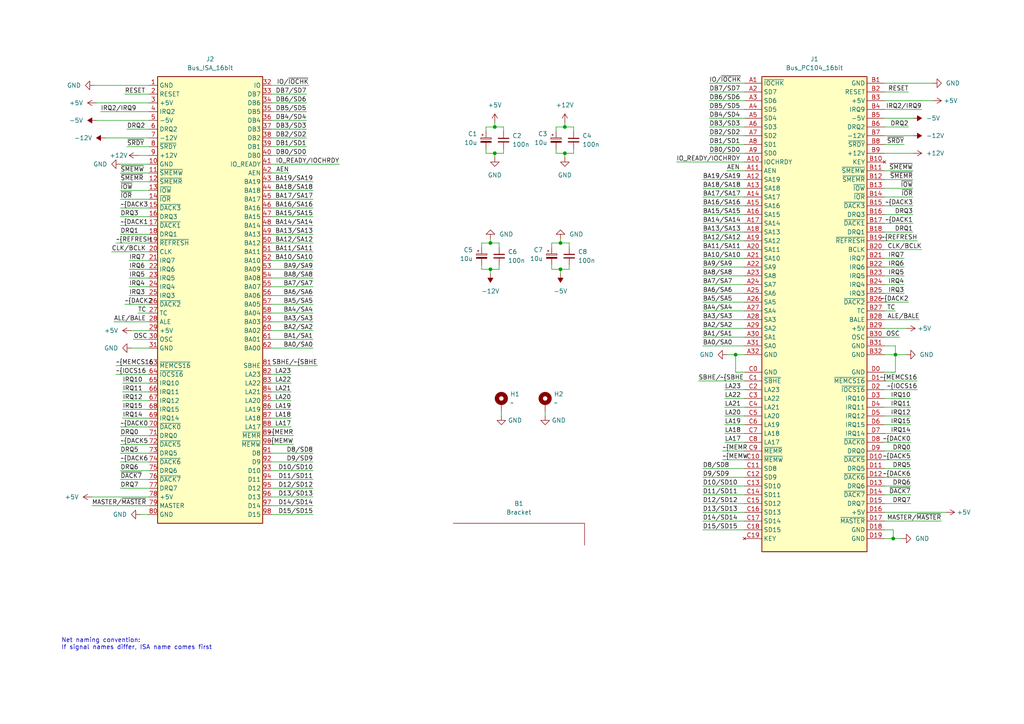
<source format=kicad_sch>
(kicad_sch (version 20211123) (generator eeschema)
  (paper "A4")
  (title_block (title "PC/104 ISA Card") (date "2023-03-04") (rev "0"))
  (lib_symbols
    (symbol "Device:C_Polarized_Small" (pin_numbers hide) (pin_names (offset 0.254) hide)
      (property "Reference" "C" (at 0.254 1.778 0))
      (property "Value" "C_Polarized_Small" (at 0.254 -2.032 0))
      (symbol "C_Polarized_Small_0_1"
        (rectangle (start -1.524 -0.3048) (end 1.524 -0.6858) (fill (type outline)))
        (rectangle (start -1.524 0.6858) (end 1.524 0.3048))
        (polyline (pts (xy -1.27 1.524) (xy -0.762 1.524)))
        (polyline (pts (xy -1.016 1.27) (xy -1.016 1.778)))
      )
      (symbol "C_Polarized_Small_1_1"
        (pin passive line (at 0 2.54 270) (length 1.8542) (name "~") (number "1"))
        (pin passive line (at 0 -2.54 90) (length 1.8542) (name "~") (number "2"))
      )
    )
    (symbol "Device:C_Small" (pin_numbers hide) (pin_names (offset 0.254) hide)
      (property "Reference" "C" (at 0.254 1.778 0))
      (property "Value" "C_Small" (at 0.254 -2.032 0))
      (symbol "C_Small_0_1"
        (polyline (pts (xy -1.524 -0.508) (xy 1.524 -0.508)) (stroke (width 0.3302)))
        (polyline (pts (xy -1.524 0.508) (xy 1.524 0.508)) (stroke (width 0.3048)))
      )
      (symbol "C_Small_1_1"
        (pin passive line (at 0 2.54 270) (length 2.032) (name "~") (number "1"))
        (pin passive line (at 0 -2.54 90) (length 2.032) (name "~") (number "2"))
      )
    )
    (symbol "Mechanical:MountingHole_Pad" (pin_numbers hide) (pin_names (offset 1.016) hide)
      (property "Reference" "H" (at 0 6.35 0))
      (property "Value" "MountingHole_Pad" (at 0 4.445 0))
      (symbol "MountingHole_Pad_0_1"
        (circle (center 0 1.27) (radius 1.27) (stroke (width 1.27)))
      )
      (symbol "MountingHole_Pad_1_1"
        (pin input line (at 0 -2.54 90) (length 2.54) (name "1") (number "1"))
      )
    )
    (symbol "local:Bracket" (on_board no)
      (property "Reference" "B" (at 5.08 0 0))
      (property "Value" "Bracket" (at 5.08 0 0))
      (property "Manufacturer" "Keystone" (at 0 0 0))
      (property "MPN" "9202" (at 0 0 0))
      (property "Supplier:Digikey" "36-9202-ND" (at 0 0 0))
      (symbol "Bracket_0_1"
        (polyline (pts (xy 6.35 12.7) (xy 0 12.7) (xy 0 -25.4)))
      )
    )
    (symbol "local:Bus_ISA_16bit"
      (property "Reference" "J" (at 0 67.945 0))
      (property "Value" "Bus_ISA_16bit" (at 0 -65.405 0))
      (symbol "Bus_ISA_16bit_0_1"
        (rectangle (start -15.24 -63.5) (end 15.24 66.04) (stroke (width 0.254)) (fill (type background)))
      )
      (symbol "Bus_ISA_16bit_1_1"
        (pin power_out line (at -17.78 63.5 0) (length 2.54) (name "GND") (number "1"))
        (pin power_in line (at -17.78 40.64 0) (length 2.54) (name "GND") (number "10"))
        (pin output line (at -17.78 38.1 0) (length 2.54) (name "~{SMEMW}") (number "11"))
        (pin output line (at -17.78 35.56 0) (length 2.54) (name "~{SMEMR}") (number "12"))
        (pin output line (at -17.78 33.02 0) (length 2.54) (name "~{IOW}") (number "13"))
        (pin output line (at -17.78 30.48 0) (length 2.54) (name "~{IOR}") (number "14"))
        (pin passive line (at -17.78 27.94 0) (length 2.54) (name "~{DACK3}") (number "15"))
        (pin passive line (at -17.78 25.4 0) (length 2.54) (name "DRQ3") (number "16"))
        (pin passive line (at -17.78 22.86 0) (length 2.54) (name "~{DACK1}") (number "17"))
        (pin passive line (at -17.78 20.32 0) (length 2.54) (name "DRQ1") (number "18"))
        (pin passive line (at -17.78 17.78 0) (length 2.54) (name "~{REFRESH}") (number "19"))
        (pin output line (at -17.78 60.96 0) (length 2.54) (name "RESET") (number "2"))
        (pin output line (at -17.78 15.24 0) (length 2.54) (name "CLK") (number "20"))
        (pin passive line (at -17.78 12.7 0) (length 2.54) (name "IRQ7") (number "21"))
        (pin passive line (at -17.78 10.16 0) (length 2.54) (name "IRQ6") (number "22"))
        (pin passive line (at -17.78 7.62 0) (length 2.54) (name "IRQ5") (number "23"))
        (pin passive line (at -17.78 5.08 0) (length 2.54) (name "IRQ4") (number "24"))
        (pin passive line (at -17.78 2.54 0) (length 2.54) (name "IRQ3") (number "25"))
        (pin passive line (at -17.78 0 0) (length 2.54) (name "~{DACK2}") (number "26"))
        (pin passive line (at -17.78 -2.54 0) (length 2.54) (name "TC") (number "27"))
        (pin output line (at -17.78 -5.08 0) (length 2.54) (name "ALE") (number "28"))
        (pin power_in line (at -17.78 -7.62 0) (length 2.54) (name "+5V") (number "29"))
        (pin power_out line (at -17.78 58.42 0) (length 2.54) (name "+5V") (number "3"))
        (pin output line (at -17.78 -10.16 0) (length 2.54) (name "OSC") (number "30"))
        (pin power_in line (at -17.78 -12.7 0) (length 2.54) (name "GND") (number "31"))
        (pin passive line (at 17.78 63.5 180) (length 2.54) (name "IO") (number "32"))
        (pin tri_state line (at 17.78 60.96 180) (length 2.54) (name "DB7") (number "33"))
        (pin tri_state line (at 17.78 58.42 180) (length 2.54) (name "DB6") (number "34"))
        (pin tri_state line (at 17.78 55.88 180) (length 2.54) (name "DB5") (number "35"))
        (pin tri_state line (at 17.78 53.34 180) (length 2.54) (name "DB4") (number "36"))
        (pin tri_state line (at 17.78 50.8 180) (length 2.54) (name "DB3") (number "37"))
        (pin tri_state line (at 17.78 48.26 180) (length 2.54) (name "DB2") (number "38"))
        (pin tri_state line (at 17.78 45.72 180) (length 2.54) (name "DB1") (number "39"))
        (pin passive line (at -17.78 55.88 0) (length 2.54) (name "IRQ2") (number "4"))
        (pin tri_state line (at 17.78 43.18 180) (length 2.54) (name "DB0") (number "40"))
        (pin passive line (at 17.78 40.64 180) (length 2.54) (name "IO_READY") (number "41"))
        (pin output line (at 17.78 38.1 180) (length 2.54) (name "AEN") (number "42"))
        (pin tri_state line (at 17.78 35.56 180) (length 2.54) (name "BA19") (number "43"))
        (pin tri_state line (at 17.78 33.02 180) (length 2.54) (name "BA18") (number "44"))
        (pin tri_state line (at 17.78 30.48 180) (length 2.54) (name "BA17") (number "45"))
        (pin tri_state line (at 17.78 27.94 180) (length 2.54) (name "BA16") (number "46"))
        (pin tri_state line (at 17.78 25.4 180) (length 2.54) (name "BA15") (number "47"))
        (pin tri_state line (at 17.78 22.86 180) (length 2.54) (name "BA14") (number "48"))
        (pin tri_state line (at 17.78 20.32 180) (length 2.54) (name "BA13") (number "49"))
        (pin power_out line (at -17.78 53.34 0) (length 2.54) (name "-5V") (number "5"))
        (pin tri_state line (at 17.78 17.78 180) (length 2.54) (name "BA12") (number "50"))
        (pin tri_state line (at 17.78 15.24 180) (length 2.54) (name "BA11") (number "51"))
        (pin tri_state line (at 17.78 12.7 180) (length 2.54) (name "BA10") (number "52"))
        (pin tri_state line (at 17.78 10.16 180) (length 2.54) (name "BA09") (number "53"))
        (pin tri_state line (at 17.78 7.62 180) (length 2.54) (name "BA08") (number "54"))
        (pin tri_state line (at 17.78 5.08 180) (length 2.54) (name "BA07") (number "55"))
        (pin tri_state line (at 17.78 2.54 180) (length 2.54) (name "BA06") (number "56"))
        (pin tri_state line (at 17.78 0 180) (length 2.54) (name "BA05") (number "57"))
        (pin tri_state line (at 17.78 -2.54 180) (length 2.54) (name "BA04") (number "58"))
        (pin tri_state line (at 17.78 -5.08 180) (length 2.54) (name "BA03") (number "59"))
        (pin passive line (at -17.78 50.8 0) (length 2.54) (name "DRQ2") (number "6"))
        (pin tri_state line (at 17.78 -7.62 180) (length 2.54) (name "BA02") (number "60"))
        (pin tri_state line (at 17.78 -10.16 180) (length 2.54) (name "BA01") (number "61"))
        (pin tri_state line (at 17.78 -12.7 180) (length 2.54) (name "BA00") (number "62"))
        (pin passive line (at -17.78 -17.78 0) (length 2.54) (name "~{MEMCS16}") (number "63"))
        (pin passive line (at -17.78 -20.32 0) (length 2.54) (name "~{IOCS16}") (number "64"))
        (pin passive line (at -17.78 -22.86 0) (length 2.54) (name "IRQ10") (number "65"))
        (pin passive line (at -17.78 -25.4 0) (length 2.54) (name "IRQ11") (number "66"))
        (pin passive line (at -17.78 -27.94 0) (length 2.54) (name "IRQ12") (number "67"))
        (pin passive line (at -17.78 -30.48 0) (length 2.54) (name "IRQ15") (number "68"))
        (pin passive line (at -17.78 -33.02 0) (length 2.54) (name "IRQ14") (number "69"))
        (pin power_out line (at -17.78 48.26 0) (length 2.54) (name "-12V") (number "7"))
        (pin output line (at -17.78 -35.56 0) (length 2.54) (name "~{DACK0}") (number "70"))
        (pin passive line (at -17.78 -38.1 0) (length 2.54) (name "DRQ0") (number "71"))
        (pin output line (at -17.78 -40.64 0) (length 2.54) (name "~{DACK5}") (number "72"))
        (pin passive line (at -17.78 -43.18 0) (length 2.54) (name "DRQ5") (number "73"))
        (pin output line (at -17.78 -45.72 0) (length 2.54) (name "~{DACK6}") (number "74"))
        (pin passive line (at -17.78 -48.26 0) (length 2.54) (name "DRQ6") (number "75"))
        (pin output line (at -17.78 -50.8 0) (length 2.54) (name "~{DACK7}") (number "76"))
        (pin passive line (at -17.78 -53.34 0) (length 2.54) (name "DRQ7") (number "77"))
        (pin power_in line (at -17.78 -55.88 0) (length 2.54) (name "+5V") (number "78"))
        (pin passive line (at -17.78 -58.42 0) (length 2.54) (name "MASTER") (number "79"))
        (pin output line (at -17.78 45.72 0) (length 2.54) (name "~{SRDY}") (number "8"))
        (pin power_in line (at -17.78 -60.96 0) (length 2.54) (name "GND") (number "80"))
        (pin passive line (at 17.78 -17.78 180) (length 2.54) (name "SBHE") (number "81"))
        (pin passive line (at 17.78 -20.32 180) (length 2.54) (name "LA23") (number "82"))
        (pin passive line (at 17.78 -22.86 180) (length 2.54) (name "LA22") (number "83"))
        (pin passive line (at 17.78 -25.4 180) (length 2.54) (name "LA21") (number "84"))
        (pin passive line (at 17.78 -27.94 180) (length 2.54) (name "LA20") (number "85"))
        (pin passive line (at 17.78 -30.48 180) (length 2.54) (name "LA19") (number "86"))
        (pin passive line (at 17.78 -33.02 180) (length 2.54) (name "LA18") (number "87"))
        (pin passive line (at 17.78 -35.56 180) (length 2.54) (name "LA17") (number "88"))
        (pin output line (at 17.78 -38.1 180) (length 2.54) (name "~{MEMR}") (number "89"))
        (pin power_out line (at -17.78 43.18 0) (length 2.54) (name "+12V") (number "9"))
        (pin output line (at 17.78 -40.64 180) (length 2.54) (name "~{MEMW}") (number "90"))
        (pin tri_state line (at 17.78 -43.18 180) (length 2.54) (name "D8") (number "91"))
        (pin tri_state line (at 17.78 -45.72 180) (length 2.54) (name "D9") (number "92"))
        (pin tri_state line (at 17.78 -48.26 180) (length 2.54) (name "D10") (number "93"))
        (pin tri_state line (at 17.78 -50.8 180) (length 2.54) (name "D11") (number "94"))
        (pin tri_state line (at 17.78 -53.34 180) (length 2.54) (name "D12") (number "95"))
        (pin tri_state line (at 17.78 -55.88 180) (length 2.54) (name "D13") (number "96"))
        (pin tri_state line (at 17.78 -58.42 180) (length 2.54) (name "D14") (number "97"))
        (pin tri_state line (at 17.78 -60.96 180) (length 2.54) (name "D15") (number "98"))
      )
    )
    (symbol "local:Bus_PC104_16bit"
      (property "Reference" "J" (at 0 69.215 0))
      (property "Value" "Bus_PC104_16bit" (at 0 1.27 90))
      (symbol "Bus_PC104_16bit_0_0"
        (pin power_in line (at -20.32 -13.97 0) (length 5.08) (name "GND") (number "A32"))
        (pin power_in line (at 20.32 -13.97 180) (length 5.08) (name "GND") (number "B32"))
        (pin no_connect line (at -20.32 -67.31 0) (length 5.08) (name "KEY") (number "C19"))
        (pin power_in line (at 20.32 -67.31 180) (length 5.08) (name "GND") (number "D19"))
      )
      (symbol "Bus_PC104_16bit_0_1"
        (rectangle (start -15.24 66.675) (end 15.24 -71.12) (stroke (width 0.254)) (fill (type background)))
      )
      (symbol "Bus_PC104_16bit_1_1"
        (pin passive line (at -20.32 64.77 0) (length 5.08) (name "~{IOCHK}") (number "A1"))
        (pin passive line (at -20.32 41.91 0) (length 5.08) (name "IOCHRDY") (number "A10"))
        (pin input line (at -20.32 39.37 0) (length 5.08) (name "AEN") (number "A11"))
        (pin tri_state line (at -20.32 36.83 0) (length 5.08) (name "SA19") (number "A12"))
        (pin tri_state line (at -20.32 34.29 0) (length 5.08) (name "SA18") (number "A13"))
        (pin tri_state line (at -20.32 31.75 0) (length 5.08) (name "SA17") (number "A14"))
        (pin tri_state line (at -20.32 29.21 0) (length 5.08) (name "SA16") (number "A15"))
        (pin tri_state line (at -20.32 26.67 0) (length 5.08) (name "SA15") (number "A16"))
        (pin tri_state line (at -20.32 24.13 0) (length 5.08) (name "SA14") (number "A17"))
        (pin tri_state line (at -20.32 21.59 0) (length 5.08) (name "SA13") (number "A18"))
        (pin tri_state line (at -20.32 19.05 0) (length 5.08) (name "SA12") (number "A19"))
        (pin tri_state line (at -20.32 62.23 0) (length 5.08) (name "SD7") (number "A2"))
        (pin tri_state line (at -20.32 16.51 0) (length 5.08) (name "SA11") (number "A20"))
        (pin tri_state line (at -20.32 13.97 0) (length 5.08) (name "SA10") (number "A21"))
        (pin tri_state line (at -20.32 11.43 0) (length 5.08) (name "SA9") (number "A22"))
        (pin tri_state line (at -20.32 8.89 0) (length 5.08) (name "SA8") (number "A23"))
        (pin tri_state line (at -20.32 6.35 0) (length 5.08) (name "SA7") (number "A24"))
        (pin tri_state line (at -20.32 3.81 0) (length 5.08) (name "SA6") (number "A25"))
        (pin tri_state line (at -20.32 1.27 0) (length 5.08) (name "SA5") (number "A26"))
        (pin tri_state line (at -20.32 -1.27 0) (length 5.08) (name "SA4") (number "A27"))
        (pin tri_state line (at -20.32 -3.81 0) (length 5.08) (name "SA3") (number "A28"))
        (pin tri_state line (at -20.32 -6.35 0) (length 5.08) (name "SA2") (number "A29"))
        (pin tri_state line (at -20.32 59.69 0) (length 5.08) (name "SD6") (number "A3"))
        (pin tri_state line (at -20.32 -8.89 0) (length 5.08) (name "SA1") (number "A30"))
        (pin tri_state line (at -20.32 -11.43 0) (length 5.08) (name "SA0") (number "A31"))
        (pin tri_state line (at -20.32 57.15 0) (length 5.08) (name "SD5") (number "A4"))
        (pin tri_state line (at -20.32 54.61 0) (length 5.08) (name "SD4") (number "A5"))
        (pin tri_state line (at -20.32 52.07 0) (length 5.08) (name "SD3") (number "A6"))
        (pin tri_state line (at -20.32 49.53 0) (length 5.08) (name "SD2") (number "A7"))
        (pin tri_state line (at -20.32 46.99 0) (length 5.08) (name "SD1") (number "A8"))
        (pin tri_state line (at -20.32 44.45 0) (length 5.08) (name "SD0") (number "A9"))
        (pin power_in line (at 20.32 64.77 180) (length 5.08) (name "GND") (number "B1"))
        (pin no_connect line (at 20.32 41.91 180) (length 5.08) (name "KEY") (number "B10"))
        (pin input line (at 20.32 39.37 180) (length 5.08) (name "~{SMEMW}") (number "B11"))
        (pin input line (at 20.32 36.83 180) (length 5.08) (name "~{SMEMR}") (number "B12"))
        (pin input line (at 20.32 34.29 180) (length 5.08) (name "~{IOW}") (number "B13"))
        (pin input line (at 20.32 31.75 180) (length 5.08) (name "~{IOR}") (number "B14"))
        (pin passive line (at 20.32 29.21 180) (length 5.08) (name "~{DACK3}") (number "B15"))
        (pin passive line (at 20.32 26.67 180) (length 5.08) (name "DRQ3") (number "B16"))
        (pin passive line (at 20.32 24.13 180) (length 5.08) (name "~{DACK1}") (number "B17"))
        (pin passive line (at 20.32 21.59 180) (length 5.08) (name "DRQ1") (number "B18"))
        (pin passive line (at 20.32 19.05 180) (length 5.08) (name "~{REFRESH}") (number "B19"))
        (pin input line (at 20.32 62.23 180) (length 5.08) (name "RESET") (number "B2"))
        (pin input line (at 20.32 16.51 180) (length 5.08) (name "BCLK") (number "B20"))
        (pin passive line (at 20.32 13.97 180) (length 5.08) (name "IRQ7") (number "B21"))
        (pin passive line (at 20.32 11.43 180) (length 5.08) (name "IRQ6") (number "B22"))
        (pin passive line (at 20.32 8.89 180) (length 5.08) (name "IRQ5") (number "B23"))
        (pin passive line (at 20.32 6.35 180) (length 5.08) (name "IRQ4") (number "B24"))
        (pin passive line (at 20.32 3.81 180) (length 5.08) (name "IRQ3") (number "B25"))
        (pin passive line (at 20.32 1.27 180) (length 5.08) (name "~{DACK2}") (number "B26"))
        (pin passive line (at 20.32 -1.27 180) (length 5.08) (name "TC") (number "B27"))
        (pin input line (at 20.32 -3.81 180) (length 5.08) (name "BALE") (number "B28"))
        (pin power_in line (at 20.32 -6.35 180) (length 5.08) (name "+5V") (number "B29"))
        (pin power_in line (at 20.32 59.69 180) (length 5.08) (name "+5V") (number "B3"))
        (pin input line (at 20.32 -8.89 180) (length 5.08) (name "OSC") (number "B30"))
        (pin power_in line (at 20.32 -11.43 180) (length 5.08) (name "GND") (number "B31"))
        (pin passive line (at 20.32 57.15 180) (length 5.08) (name "IRQ9") (number "B4"))
        (pin power_in line (at 20.32 54.61 180) (length 5.08) (name "-5V") (number "B5"))
        (pin passive line (at 20.32 52.07 180) (length 5.08) (name "DRQ2") (number "B6"))
        (pin power_in line (at 20.32 49.53 180) (length 5.08) (name "-12V") (number "B7"))
        (pin input line (at 20.32 46.99 180) (length 5.08) (name "~{SRDY}") (number "B8"))
        (pin power_in line (at 20.32 44.45 180) (length 5.08) (name "+12V") (number "B9"))
        (pin power_in line (at -20.32 -19.05 0) (length 5.08) (name "GND") (number "C0"))
        (pin passive line (at -20.32 -21.59 0) (length 5.08) (name "~{SBHE}") (number "C1"))
        (pin input line (at -20.32 -44.45 0) (length 5.08) (name "~{MEMW}") (number "C10"))
        (pin tri_state line (at -20.32 -46.99 0) (length 5.08) (name "SD8") (number "C11"))
        (pin tri_state line (at -20.32 -49.53 0) (length 5.08) (name "SD9") (number "C12"))
        (pin tri_state line (at -20.32 -52.07 0) (length 5.08) (name "SD10") (number "C13"))
        (pin tri_state line (at -20.32 -54.61 0) (length 5.08) (name "SD11") (number "C14"))
        (pin tri_state line (at -20.32 -57.15 0) (length 5.08) (name "SD12") (number "C15"))
        (pin tri_state line (at -20.32 -59.69 0) (length 5.08) (name "SD13") (number "C16"))
        (pin tri_state line (at -20.32 -62.23 0) (length 5.08) (name "SD14") (number "C17"))
        (pin tri_state line (at -20.32 -64.77 0) (length 5.08) (name "SD15") (number "C18"))
        (pin passive line (at -20.32 -24.13 0) (length 5.08) (name "LA23") (number "C2"))
        (pin passive line (at -20.32 -26.67 0) (length 5.08) (name "LA22") (number "C3"))
        (pin passive line (at -20.32 -29.21 0) (length 5.08) (name "LA21") (number "C4"))
        (pin passive line (at -20.32 -31.75 0) (length 5.08) (name "LA20") (number "C5"))
        (pin passive line (at -20.32 -34.29 0) (length 5.08) (name "LA19") (number "C6"))
        (pin passive line (at -20.32 -36.83 0) (length 5.08) (name "LA18") (number "C7"))
        (pin passive line (at -20.32 -39.37 0) (length 5.08) (name "LA17") (number "C8"))
        (pin input line (at -20.32 -41.91 0) (length 5.08) (name "~{MEMR}") (number "C9"))
        (pin power_in line (at 20.32 -19.05 180) (length 5.08) (name "GND") (number "D0"))
        (pin passive line (at 20.32 -21.59 180) (length 5.08) (name "~{MEMCS16}") (number "D1"))
        (pin input line (at 20.32 -44.45 180) (length 5.08) (name "~{DACK5}") (number "D10"))
        (pin passive line (at 20.32 -46.99 180) (length 5.08) (name "DRQ5") (number "D11"))
        (pin input line (at 20.32 -49.53 180) (length 5.08) (name "~{DACK6}") (number "D12"))
        (pin passive line (at 20.32 -52.07 180) (length 5.08) (name "DRQ6") (number "D13"))
        (pin input line (at 20.32 -54.61 180) (length 5.08) (name "~{DACK7}") (number "D14"))
        (pin passive line (at 20.32 -57.15 180) (length 5.08) (name "DRQ7") (number "D15"))
        (pin power_in line (at 20.32 -59.69 180) (length 5.08) (name "+5V") (number "D16"))
        (pin passive line (at 20.32 -62.23 180) (length 5.08) (name "~{MASTER}") (number "D17"))
        (pin power_in line (at 20.32 -64.77 180) (length 5.08) (name "GND") (number "D18"))
        (pin passive line (at 20.32 -24.13 180) (length 5.08) (name "~{IOCS16}") (number "D2"))
        (pin passive line (at 20.32 -26.67 180) (length 5.08) (name "IRQ10") (number "D3"))
        (pin passive line (at 20.32 -29.21 180) (length 5.08) (name "IRQ11") (number "D4"))
        (pin passive line (at 20.32 -31.75 180) (length 5.08) (name "IRQ12") (number "D5"))
        (pin passive line (at 20.32 -34.29 180) (length 5.08) (name "IRQ15") (number "D6"))
        (pin passive line (at 20.32 -36.83 180) (length 5.08) (name "IRQ14") (number "D7"))
        (pin input line (at 20.32 -39.37 180) (length 5.08) (name "~{DACK0}") (number "D8"))
        (pin passive line (at 20.32 -41.91 180) (length 5.08) (name "DRQ0") (number "D9"))
      )
    )
    (symbol "power:+12V" (power) (pin_names (offset 0))
      (property "Value" "+12V" (at 0 3.556 0))
      (symbol "+12V_0_1"
        (polyline (pts (xy -0.762 1.27) (xy 0 2.54)))
        (polyline (pts (xy 0 0) (xy 0 2.54)))
        (polyline (pts (xy 0 2.54) (xy 0.762 1.27)))
      )
      (symbol "+12V_1_1"
        (pin power_in line (at 0 0 90) (length 0) hide (name "+12V") (number "1"))
      )
    )
    (symbol "power:+5V" (power) (pin_names (offset 0))
      (property "Value" "+5V" (at 0 3.556 0))
      (symbol "+5V_0_1"
        (polyline (pts (xy -0.762 1.27) (xy 0 2.54)))
        (polyline (pts (xy 0 0) (xy 0 2.54)))
        (polyline (pts (xy 0 2.54) (xy 0.762 1.27)))
      )
      (symbol "+5V_1_1"
        (pin power_in line (at 0 0 90) (length 0) hide (name "+5V") (number "1"))
      )
    )
    (symbol "power:-12V" (power) (pin_names (offset 0))
      (property "Value" "-12V" (at 0 3.81 0))
      (symbol "-12V_0_0"
        (pin power_in line (at 0 0 90) (length 0) hide (name "-12V") (number "1"))
      )
      (symbol "-12V_0_1"
        (polyline (pts (xy 0 0) (xy 0 1.27) (xy 0.762 1.27) (xy 0 2.54) (xy -0.762 1.27) (xy 0 1.27)) (fill (type outline)))
      )
    )
    (symbol "power:-5V" (power) (pin_names (offset 0))
      (property "Value" "-5V" (at 0 3.81 0))
      (symbol "-5V_0_0"
        (pin power_in line (at 0 0 90) (length 0) hide (name "-5V") (number "1"))
      )
      (symbol "-5V_0_1"
        (polyline (pts (xy 0 0) (xy 0 1.27) (xy 0.762 1.27) (xy 0 2.54) (xy -0.762 1.27) (xy 0 1.27)) (fill (type outline)))
      )
    )
    (symbol "power:GND" (power) (pin_names (offset 0))
      (property "Value" "GND" (at 0 -3.81 0))
      (symbol "GND_0_1"
        (polyline (pts (xy 0 0) (xy 0 -1.27) (xy 1.27 -1.27) (xy 0 -2.54) (xy -1.27 -1.27) (xy 0 -1.27)))
      )
      (symbol "GND_1_1"
        (pin power_in line (at 0 0 270) (length 0) hide (name "GND") (number "1"))
      )
    )
  )
  (junction (at 213.36 102.87))
  (junction (at 259.715 102.87))
  (junction (at 259.08 156.21))
  (junction (at 162.56 78.105))
  (junction (at 143.51 44.45))
  (junction (at 142.24 70.485))
  (junction (at 163.83 36.83))
  (junction (at 142.24 78.105))
  (junction (at 143.51 36.83))
  (junction (at 163.83 44.45))
  (junction (at 162.56 70.485))
  (wire (pts (xy 43.18 57.785) (xy 34.925 57.785)))
  (wire (pts (xy 43.18 126.365) (xy 34.925 126.365)))
  (wire (pts (xy 90.805 57.785) (xy 78.74 57.785)))
  (wire (pts (xy 90.805 73.025) (xy 78.74 73.025)))
  (wire (pts (xy 203.835 59.69) (xy 215.9 59.69)))
  (wire (pts (xy 43.18 85.725) (xy 37.465 85.725)))
  (wire (pts (xy 140.97 44.45) (xy 143.51 44.45)))
  (wire (pts (xy 259.08 153.67) (xy 259.08 156.21)))
  (wire (pts (xy 259.715 102.87) (xy 256.54 102.87)))
  (wire (pts (xy 43.18 113.665) (xy 35.56 113.665)))
  (wire (pts (xy 210.185 118.11) (xy 215.9 118.11)))
  (wire (pts (xy 27.94 34.925) (xy 43.18 34.925)))
  (wire (pts (xy 259.08 153.67) (xy 256.54 153.67)))
  (wire (pts (xy 262.89 102.87) (xy 259.715 102.87)))
  (wire (pts (xy 43.18 98.425) (xy 38.735 98.425)))
  (wire (pts (xy 78.74 47.625) (xy 98.425 47.625)))
  (wire (pts (xy 139.7 70.485) (xy 139.7 71.755)))
  (wire (pts (xy 40.64 149.225) (xy 43.18 149.225)))
  (wire (pts (xy 88.9 32.385) (xy 78.74 32.385)))
  (wire (pts (xy 215.9 146.05) (xy 203.835 146.05)))
  (wire (pts (xy 203.835 69.85) (xy 215.9 69.85)))
  (wire (pts (xy 90.805 65.405) (xy 78.74 65.405)))
  (wire (pts (xy 256.54 77.47) (xy 262.255 77.47)))
  (wire (pts (xy 146.05 43.18) (xy 146.05 44.45)))
  (wire (pts (xy 88.9 29.845) (xy 78.74 29.845)))
  (wire (pts (xy 203.835 92.71) (xy 215.9 92.71)))
  (wire (pts (xy 256.54 120.65) (xy 264.16 120.65)))
  (wire (pts (xy 205.74 34.29) (xy 215.9 34.29)))
  (wire (pts (xy 143.51 36.83) (xy 143.51 35.56)))
  (wire (pts (xy 256.54 31.75) (xy 267.335 31.75)))
  (wire (pts (xy 43.18 106.045) (xy 33.655 106.045)))
  (wire (pts (xy 256.54 133.35) (xy 264.16 133.35)))
  (wire (pts (xy 90.805 88.265) (xy 78.74 88.265)))
  (wire (pts (xy 43.18 27.305) (xy 36.195 27.305)))
  (wire (pts (xy 43.18 116.205) (xy 35.56 116.205)))
  (wire (pts (xy 213.36 102.87) (xy 213.36 107.95)))
  (wire (pts (xy 142.24 78.105) (xy 142.24 79.375)))
  (wire (pts (xy 43.18 50.165) (xy 34.925 50.165)))
  (wire (pts (xy 90.805 67.945) (xy 78.74 67.945)))
  (wire (pts (xy 163.83 35.56) (xy 163.83 36.83)))
  (wire (pts (xy 256.54 95.25) (xy 262.89 95.25)))
  (wire (pts (xy 203.835 67.31) (xy 215.9 67.31)))
  (wire (pts (xy 90.805 78.105) (xy 78.74 78.105)))
  (wire (pts (xy 78.74 133.985) (xy 90.805 133.985)))
  (wire (pts (xy 162.56 69.215) (xy 162.56 70.485)))
  (wire (pts (xy 215.9 24.13) (xy 205.74 24.13)))
  (wire (pts (xy 85.09 128.905) (xy 78.74 128.905)))
  (wire (pts (xy 166.37 43.18) (xy 166.37 44.45)))
  (wire (pts (xy 43.18 133.985) (xy 34.925 133.985)))
  (wire (pts (xy 90.805 93.345) (xy 78.74 93.345)))
  (wire (pts (xy 203.835 90.17) (xy 215.9 90.17)))
  (wire (pts (xy 144.78 78.105) (xy 142.24 78.105)))
  (wire (pts (xy 259.715 100.33) (xy 256.54 100.33)))
  (wire (pts (xy 78.74 50.165) (xy 83.82 50.165)))
  (wire (pts (xy 33.02 93.345) (xy 43.18 93.345)))
  (wire (pts (xy 256.54 138.43) (xy 264.16 138.43)))
  (wire (pts (xy 256.54 54.61) (xy 264.795 54.61)))
  (wire (pts (xy 88.9 40.005) (xy 78.74 40.005)))
  (wire (pts (xy 43.18 128.905) (xy 34.925 128.905)))
  (wire (pts (xy 203.835 64.77) (xy 215.9 64.77)))
  (wire (pts (xy 259.715 102.87) (xy 259.715 107.95)))
  (wire (pts (xy 90.805 75.565) (xy 78.74 75.565)))
  (wire (pts (xy 205.74 41.91) (xy 215.9 41.91)))
  (wire (pts (xy 140.97 36.83) (xy 143.51 36.83)))
  (wire (pts (xy 78.74 131.445) (xy 90.805 131.445)))
  (wire (pts (xy 43.18 141.605) (xy 34.925 141.605)))
  (wire (pts (xy 34.925 60.325) (xy 43.18 60.325)))
  (wire (pts (xy 43.18 121.285) (xy 35.56 121.285)))
  (wire (pts (xy 90.805 100.965) (xy 78.74 100.965)))
  (wire (pts (xy 202.565 110.49) (xy 215.9 110.49)))
  (wire (pts (xy 266.7 92.71) (xy 256.54 92.71)))
  (wire (pts (xy 163.83 36.83) (xy 161.29 36.83)))
  (wire (pts (xy 203.835 100.33) (xy 215.9 100.33)))
  (wire (pts (xy 162.56 70.485) (xy 165.1 70.485)))
  (wire (pts (xy 203.835 57.15) (xy 215.9 57.15)))
  (wire (pts (xy 161.29 44.45) (xy 163.83 44.45)))
  (wire (pts (xy 84.455 116.205) (xy 78.74 116.205)))
  (wire (pts (xy 146.05 36.83) (xy 146.05 38.1)))
  (wire (pts (xy 256.54 72.39) (xy 267.335 72.39)))
  (wire (pts (xy 92.075 106.045) (xy 78.74 106.045)))
  (wire (pts (xy 215.9 153.67) (xy 203.835 153.67)))
  (wire (pts (xy 144.78 76.835) (xy 144.78 78.105)))
  (wire (pts (xy 259.08 156.21) (xy 256.54 156.21)))
  (wire (pts (xy 90.805 52.705) (xy 78.74 52.705)))
  (wire (pts (xy 43.18 80.645) (xy 37.465 80.645)))
  (wire (pts (xy 270.51 24.13) (xy 256.54 24.13)))
  (wire (pts (xy 256.54 26.67) (xy 263.525 26.67)))
  (wire (pts (xy 256.54 125.73) (xy 264.16 125.73)))
  (wire (pts (xy 203.835 95.25) (xy 215.9 95.25)))
  (wire (pts (xy 146.05 44.45) (xy 143.51 44.45)))
  (wire (pts (xy 43.18 146.685) (xy 26.67 146.685)))
  (wire (pts (xy 215.9 148.59) (xy 203.835 148.59)))
  (wire (pts (xy 162.56 70.485) (xy 160.02 70.485)))
  (wire (pts (xy 160.02 76.835) (xy 160.02 78.105)))
  (wire (pts (xy 205.74 39.37) (xy 215.9 39.37)))
  (wire (pts (xy 259.715 90.17) (xy 256.54 90.17)))
  (wire (pts (xy 78.74 141.605) (xy 90.805 141.605)))
  (wire (pts (xy 38.1 100.965) (xy 43.18 100.965)))
  (wire (pts (xy 144.78 70.485) (xy 144.78 71.755)))
  (wire (pts (xy 90.805 85.725) (xy 78.74 85.725)))
  (wire (pts (xy 139.7 78.105) (xy 142.24 78.105)))
  (wire (pts (xy 143.51 44.45) (xy 143.51 45.72)))
  (wire (pts (xy 142.24 70.485) (xy 139.7 70.485)))
  (wire (pts (xy 205.74 36.83) (xy 215.9 36.83)))
  (wire (pts (xy 256.54 118.11) (xy 264.16 118.11)))
  (wire (pts (xy 43.18 131.445) (xy 34.925 131.445)))
  (wire (pts (xy 161.29 43.18) (xy 161.29 44.45)))
  (wire (pts (xy 203.835 97.79) (xy 215.9 97.79)))
  (wire (pts (xy 145.415 119.38) (xy 145.415 120.65)))
  (wire (pts (xy 210.185 113.03) (xy 215.9 113.03)))
  (wire (pts (xy 215.9 135.89) (xy 203.835 135.89)))
  (wire (pts (xy 203.835 72.39) (xy 215.9 72.39)))
  (wire (pts (xy 30.48 40.005) (xy 43.18 40.005)))
  (wire (pts (xy 27.94 29.845) (xy 43.18 29.845)))
  (wire (pts (xy 29.21 32.385) (xy 43.18 32.385)))
  (wire (pts (xy 26.67 144.145) (xy 43.18 144.145)))
  (wire (pts (xy 256.54 49.53) (xy 264.795 49.53)))
  (wire (pts (xy 264.795 67.31) (xy 256.54 67.31)))
  (wire (pts (xy 161.29 36.83) (xy 161.29 38.1)))
  (wire (pts (xy 215.9 151.13) (xy 203.835 151.13)))
  (wire (pts (xy 84.455 113.665) (xy 78.74 113.665)))
  (wire (pts (xy 142.24 70.485) (xy 144.78 70.485)))
  (wire (pts (xy 203.835 52.07) (xy 215.9 52.07)))
  (wire (pts (xy 43.18 108.585) (xy 33.655 108.585)))
  (wire (pts (xy 40.005 45.085) (xy 43.18 45.085)))
  (wire (pts (xy 259.715 100.33) (xy 259.715 102.87)))
  (wire (pts (xy 256.54 135.89) (xy 264.16 135.89)))
  (wire (pts (xy 256.54 143.51) (xy 264.16 143.51)))
  (wire (pts (xy 215.9 49.53) (xy 210.82 49.53)))
  (wire (pts (xy 34.925 123.825) (xy 43.18 123.825)))
  (wire (pts (xy 205.74 29.21) (xy 215.9 29.21)))
  (wire (pts (xy 205.74 31.75) (xy 215.9 31.75)))
  (wire (pts (xy 165.1 76.835) (xy 165.1 78.105)))
  (wire (pts (xy 160.02 78.105) (xy 162.56 78.105)))
  (wire (pts (xy 34.925 65.405) (xy 43.18 65.405)))
  (wire (pts (xy 36.83 37.465) (xy 43.18 37.465)))
  (wire (pts (xy 162.56 78.105) (xy 162.56 79.375)))
  (wire (pts (xy 90.805 95.885) (xy 78.74 95.885)))
  (wire (pts (xy 256.54 130.81) (xy 264.16 130.81)))
  (wire (pts (xy 34.925 47.625) (xy 43.18 47.625)))
  (wire (pts (xy 43.18 52.705) (xy 34.925 52.705)))
  (wire (pts (xy 27.305 24.765) (xy 43.18 24.765)))
  (wire (pts (xy 90.805 80.645) (xy 78.74 80.645)))
  (wire (pts (xy 78.74 24.765) (xy 89.535 24.765)))
  (wire (pts (xy 90.805 55.245) (xy 78.74 55.245)))
  (wire (pts (xy 203.835 82.55) (xy 215.9 82.55)))
  (wire (pts (xy 36.83 42.545) (xy 43.18 42.545)))
  (wire (pts (xy 256.54 52.07) (xy 264.795 52.07)))
  (wire (pts (xy 259.715 107.95) (xy 256.54 107.95)))
  (wire (pts (xy 256.54 74.93) (xy 262.255 74.93)))
  (wire (pts (xy 263.525 87.63) (xy 256.54 87.63)))
  (wire (pts (xy 78.74 136.525) (xy 90.805 136.525)))
  (wire (pts (xy 213.36 102.87) (xy 215.9 102.87)))
  (wire (pts (xy 256.54 128.27) (xy 264.16 128.27)))
  (wire (pts (xy 78.74 144.145) (xy 90.805 144.145)))
  (wire (pts (xy 210.185 128.27) (xy 215.9 128.27)))
  (wire (pts (xy 36.195 88.265) (xy 43.18 88.265)))
  (wire (pts (xy 43.18 83.185) (xy 37.465 83.185)))
  (wire (pts (xy 88.9 42.545) (xy 78.74 42.545)))
  (wire (pts (xy 256.54 113.03) (xy 266.065 113.03)))
  (wire (pts (xy 256.54 36.83) (xy 263.525 36.83)))
  (wire (pts (xy 90.805 83.185) (xy 78.74 83.185)))
  (wire (pts (xy 88.9 37.465) (xy 78.74 37.465)))
  (wire (pts (xy 203.835 85.09) (xy 215.9 85.09)))
  (wire (pts (xy 43.18 75.565) (xy 37.465 75.565)))
  (wire (pts (xy 256.54 80.01) (xy 262.255 80.01)))
  (wire (pts (xy 203.835 74.93) (xy 215.9 74.93)))
  (wire (pts (xy 43.18 73.025) (xy 32.385 73.025)))
  (wire (pts (xy 165.1 70.485) (xy 165.1 71.755)))
  (wire (pts (xy 34.925 62.865) (xy 43.18 62.865)))
  (wire (pts (xy 158.115 119.38) (xy 158.115 120.65)))
  (wire (pts (xy 264.795 62.23) (xy 256.54 62.23)))
  (wire (pts (xy 256.54 123.19) (xy 264.16 123.19)))
  (wire (pts (xy 203.835 62.23) (xy 215.9 62.23)))
  (wire (pts (xy 256.54 151.13) (xy 273.05 151.13)))
  (wire (pts (xy 84.455 121.285) (xy 78.74 121.285)))
  (wire (pts (xy 256.54 148.59) (xy 274.32 148.59)))
  (wire (pts (xy 43.18 78.105) (xy 37.465 78.105)))
  (wire (pts (xy 215.9 143.51) (xy 203.835 143.51)))
  (wire (pts (xy 142.24 69.215) (xy 142.24 70.485)))
  (wire (pts (xy 88.9 45.085) (xy 78.74 45.085)))
  (wire (pts (xy 85.09 126.365) (xy 78.74 126.365)))
  (wire (pts (xy 43.18 136.525) (xy 34.925 136.525)))
  (wire (pts (xy 84.455 108.585) (xy 78.74 108.585)))
  (wire (pts (xy 256.54 140.97) (xy 264.16 140.97)))
  (wire (pts (xy 215.9 138.43) (xy 203.835 138.43)))
  (wire (pts (xy 43.18 55.245) (xy 34.925 55.245)))
  (wire (pts (xy 256.54 97.79) (xy 260.985 97.79)))
  (wire (pts (xy 256.54 110.49) (xy 266.065 110.49)))
  (wire (pts (xy 256.54 34.29) (xy 264.795 34.29)))
  (wire (pts (xy 264.795 59.69) (xy 256.54 59.69)))
  (wire (pts (xy 215.9 46.99) (xy 196.215 46.99)))
  (wire (pts (xy 88.9 34.925) (xy 78.74 34.925)))
  (wire (pts (xy 90.805 90.805) (xy 78.74 90.805)))
  (wire (pts (xy 160.02 70.485) (xy 160.02 71.755)))
  (wire (pts (xy 261.62 156.21) (xy 259.08 156.21)))
  (wire (pts (xy 256.54 29.21) (xy 270.51 29.21)))
  (wire (pts (xy 203.835 80.01) (xy 215.9 80.01)))
  (wire (pts (xy 78.74 149.225) (xy 90.805 149.225)))
  (wire (pts (xy 166.37 36.83) (xy 166.37 38.1)))
  (wire (pts (xy 203.835 54.61) (xy 215.9 54.61)))
  (wire (pts (xy 38.1 95.885) (xy 43.18 95.885)))
  (wire (pts (xy 84.455 123.825) (xy 78.74 123.825)))
  (wire (pts (xy 256.54 85.09) (xy 262.255 85.09)))
  (wire (pts (xy 43.18 111.125) (xy 35.56 111.125)))
  (wire (pts (xy 90.805 98.425) (xy 78.74 98.425)))
  (wire (pts (xy 209.55 133.35) (xy 215.9 133.35)))
  (wire (pts (xy 256.54 82.55) (xy 262.255 82.55)))
  (wire (pts (xy 78.74 27.305) (xy 88.9 27.305)))
  (wire (pts (xy 210.185 123.19) (xy 215.9 123.19)))
  (wire (pts (xy 43.18 139.065) (xy 34.925 139.065)))
  (wire (pts (xy 210.185 115.57) (xy 215.9 115.57)))
  (wire (pts (xy 256.54 115.57) (xy 264.16 115.57)))
  (wire (pts (xy 33.655 70.485) (xy 43.18 70.485)))
  (wire (pts (xy 266.065 69.85) (xy 256.54 69.85)))
  (wire (pts (xy 84.455 118.745) (xy 78.74 118.745)))
  (wire (pts (xy 78.74 139.065) (xy 90.805 139.065)))
  (wire (pts (xy 256.54 146.05) (xy 264.16 146.05)))
  (wire (pts (xy 166.37 44.45) (xy 163.83 44.45)))
  (wire (pts (xy 90.805 62.865) (xy 78.74 62.865)))
  (wire (pts (xy 215.9 107.95) (xy 213.36 107.95)))
  (wire (pts (xy 43.18 118.745) (xy 35.56 118.745)))
  (wire (pts (xy 256.54 41.91) (xy 262.255 41.91)))
  (wire (pts (xy 34.925 67.945) (xy 43.18 67.945)))
  (wire (pts (xy 264.795 64.77) (xy 256.54 64.77)))
  (wire (pts (xy 210.185 125.73) (xy 215.9 125.73)))
  (wire (pts (xy 215.9 140.97) (xy 203.835 140.97)))
  (wire (pts (xy 84.455 111.125) (xy 78.74 111.125)))
  (wire (pts (xy 163.83 36.83) (xy 166.37 36.83)))
  (wire (pts (xy 140.97 43.18) (xy 140.97 44.45)))
  (wire (pts (xy 90.805 70.485) (xy 78.74 70.485)))
  (wire (pts (xy 40.005 90.805) (xy 43.18 90.805)))
  (wire (pts (xy 210.82 102.87) (xy 213.36 102.87)))
  (wire (pts (xy 143.51 36.83) (xy 146.05 36.83)))
  (wire (pts (xy 163.83 44.45) (xy 163.83 45.72)))
  (wire (pts (xy 165.1 78.105) (xy 162.56 78.105)))
  (wire (pts (xy 256.54 57.15) (xy 264.795 57.15)))
  (wire (pts (xy 139.7 76.835) (xy 139.7 78.105)))
  (wire (pts (xy 90.805 60.325) (xy 78.74 60.325)))
  (wire (pts (xy 256.54 39.37) (xy 264.795 39.37)))
  (wire (pts (xy 140.97 38.1) (xy 140.97 36.83)))
  (wire (pts (xy 203.835 77.47) (xy 215.9 77.47)))
  (wire (pts (xy 256.54 44.45) (xy 264.795 44.45)))
  (wire (pts (xy 78.74 146.685) (xy 90.805 146.685)))
  (wire (pts (xy 209.55 130.81) (xy 215.9 130.81)))
  (wire (pts (xy 205.74 26.67) (xy 215.9 26.67)))
  (wire (pts (xy 210.185 120.65) (xy 215.9 120.65)))
  (wire (pts (xy 205.74 44.45) (xy 215.9 44.45)))
  (wire (pts (xy 203.835 87.63) (xy 215.9 87.63)))
  (text "Net naming convention:\nIf signal names differ, ISA name comes first" (at 17.78 188.595 0) (effects (font (size 1.27 1.27)) (justify left bottom)))
  (label "~{SMEMW}" (at 34.925 50.165 0))
  (label "~{DACK3" (at 34.925 60.325 0))
  (label "~{DACK1" (at 34.925 65.405 0))
  (label "~{SMEMR}" (at 34.925 52.705 0))
  (label "RESET" (at 36.195 27.305 0))
  (label "IRQ2{slash}IRQ9" (at 29.21 32.385 0))
  (label "MASTER{slash}~{MASTER}" (at 26.67 146.685 0))
  (label "DB0{slash}SD0" (at 205.74 44.45 0))
  (label "D10{slash}SD10" (at 90.805 136.525 180))
  (label "D14{slash}SD14" (at 203.835 151.13 0))
  (label "DB1{slash}SD1" (at 205.74 41.91 0))
  (label "DRQ6" (at 264.16 140.97 180))
  (label "BA1{slash}SA1" (at 90.805 98.425 180))
  (label "LA21" (at 84.455 113.665 180))
  (label "~{SMEMW}" (at 264.795 49.53 180))
  (label "ALE{slash}BALE" (at 33.02 93.345 0))
  (label "IO_READY{slash}IOCHRDY" (at 98.425 47.625 180))
  (label "D8{slash}SD8" (at 203.835 135.89 0))
  (label "DB5{slash}SD5" (at 205.74 31.75 0))
  (label "~{IOR}" (at 34.925 57.785 0))
  (label "D12{slash}SD12" (at 90.805 141.605 180))
  (label "~{DACK0" (at 264.16 128.27 180))
  (label "LA21" (at 210.185 118.11 0))
  (label "~{IOW}" (at 34.925 55.245 0))
  (label "~{DACK2" (at 263.525 87.63 180))
  (label "DRQ7" (at 34.925 141.605 0))
  (label "~{MEMW" (at 85.09 128.905 180))
  (label "BA14{slash}SA14" (at 203.835 64.77 0))
  (label "BA12{slash}SA12" (at 203.835 69.85 0))
  (label "IRQ14" (at 35.56 121.285 0))
  (label "IO_READY{slash}IOCHRDY" (at 196.215 46.99 0))
  (label "~{DACK5" (at 264.16 133.35 180))
  (label "BA8{slash}SA8" (at 90.805 80.645 180))
  (label "DB4{slash}SD4" (at 205.74 34.29 0))
  (label "~{IOR}" (at 264.795 57.15 180))
  (label "DRQ2" (at 263.525 36.83 180))
  (label "BA16{slash}SA16" (at 90.805 60.325 180))
  (label "D15{slash}SD15" (at 90.805 149.225 180))
  (label "D9{slash}SD9" (at 203.835 138.43 0))
  (label "IRQ3" (at 262.255 85.09 180))
  (label "DRQ5" (at 264.16 135.89 180))
  (label "BA3{slash}SA3" (at 203.835 92.71 0))
  (label "IRQ14" (at 264.16 125.73 180))
  (label "IO{slash}~{IOCHK}" (at 205.74 24.13 0))
  (label "~{DACK1" (at 264.795 64.77 180))
  (label "IRQ15" (at 35.56 118.745 0))
  (label "~{SMEMR}" (at 264.795 52.07 180))
  (label "TC" (at 259.715 90.17 180))
  (label "DB7{slash}SD7" (at 205.74 26.67 0))
  (label "D12{slash}SD12" (at 203.835 146.05 0))
  (label "BA15{slash}SA15" (at 203.835 62.23 0))
  (label "BA9{slash}SA9" (at 90.805 78.105 180))
  (label "DRQ3" (at 34.925 62.865 0))
  (label "DB4{slash}SD4" (at 88.9 34.925 180))
  (label "~{DACK5" (at 34.925 128.905 0))
  (label "IRQ12" (at 264.16 120.65 180))
  (label "~{IOCS16" (at 266.065 113.03 180))
  (label "BA7{slash}SA7" (at 90.805 83.185 180))
  (label "LA23" (at 210.185 113.03 0))
  (label "BA11{slash}SA11" (at 90.805 73.025 180))
  (label "DRQ2" (at 36.83 37.465 0))
  (label "~{DACK2" (at 36.195 88.265 0))
  (label "IRQ3" (at 37.465 85.725 0))
  (label "BA9{slash}SA9" (at 203.835 77.47 0))
  (label "~{REFRESH" (at 33.655 70.485 0))
  (label "DB1{slash}SD1" (at 88.9 42.545 180))
  (label "BA10{slash}SA10" (at 90.805 75.565 180))
  (label "BA12{slash}SA12" (at 90.805 70.485 180))
  (label "~{MEMW" (at 209.55 133.35 0))
  (label "BA16{slash}SA16" (at 203.835 59.69 0))
  (label "DB3{slash}SD3" (at 205.74 36.83 0))
  (label "IRQ7" (at 37.465 75.565 0))
  (label "LA23" (at 84.455 108.585 180))
  (label "IRQ12" (at 35.56 116.205 0))
  (label "TC" (at 40.005 90.805 0))
  (label "DB6{slash}SD6" (at 88.9 29.845 180))
  (label "IRQ10" (at 35.56 111.125 0))
  (label "~{DACK0" (at 34.925 123.825 0))
  (label "BA5{slash}SA5" (at 90.805 88.265 180))
  (label "MASTER{slash}~{MASTER}" (at 273.05 151.13 180))
  (label "DRQ1" (at 264.795 67.31 180))
  (label "IRQ5" (at 262.255 80.01 180))
  (label "AEN" (at 210.82 49.53 0))
  (label "IRQ11" (at 35.56 113.665 0))
  (label "~{DACK6" (at 34.925 133.985 0))
  (label "LA22" (at 210.185 115.57 0))
  (label "BA4{slash}SA4" (at 203.835 90.17 0))
  (label "BA2{slash}SA2" (at 90.805 95.885 180))
  (label "D9{slash}SD9" (at 90.805 133.985 180))
  (label "BA4{slash}SA4" (at 90.805 90.805 180))
  (label "~{IOW}" (at 264.795 54.61 180))
  (label "DRQ5" (at 34.925 131.445 0))
  (label "BA18{slash}SA18" (at 90.805 55.245 180))
  (label "D8{slash}SD8" (at 90.805 131.445 180))
  (label "AEN" (at 83.82 50.165 180))
  (label "BA0{slash}SA0" (at 203.835 100.33 0))
  (label "LA17" (at 84.455 123.825 180))
  (label "BA0{slash}SA0" (at 90.805 100.965 180))
  (label "D15{slash}SD15" (at 203.835 153.67 0))
  (label "BA6{slash}SA6" (at 203.835 85.09 0))
  (label "DRQ0" (at 264.16 130.81 180))
  (label "DB2{slash}SD2" (at 88.9 40.005 180))
  (label "~{DACK7}" (at 264.16 143.51 180))
  (label "DB3{slash}SD3" (at 88.9 37.465 180))
  (label "BA1{slash}SA1" (at 203.835 97.79 0))
  (label "LA18" (at 210.185 125.73 0))
  (label "IRQ6" (at 262.255 77.47 180))
  (label "DRQ0" (at 34.925 126.365 0))
  (label "~{DACK7}" (at 34.925 139.065 0))
  (label "BA19{slash}SA19" (at 90.805 52.705 180))
  (label "BA5{slash}SA5" (at 203.835 87.63 0))
  (label "DRQ6" (at 34.925 136.525 0))
  (label "DB7{slash}SD7" (at 88.9 27.305 180))
  (label "BA2{slash}SA2" (at 203.835 95.25 0))
  (label "D10{slash}SD10" (at 203.835 140.97 0))
  (label "IRQ10" (at 264.16 115.57 180))
  (label "~{REFRESH" (at 266.065 69.85 180))
  (label "BA17{slash}SA17" (at 203.835 57.15 0))
  (label "IRQ4" (at 262.255 82.55 180))
  (label "OSC" (at 260.985 97.79 180))
  (label "~{MEMCS16" (at 33.655 106.045 0))
  (label "D13{slash}SD13" (at 203.835 148.59 0))
  (label "~{DACK3" (at 264.795 59.69 180))
  (label "~{DACK6" (at 264.16 138.43 180))
  (label "~{MEMR" (at 85.09 126.365 180))
  (label "LA19" (at 210.185 123.19 0))
  (label "IRQ15" (at 264.16 123.19 180))
  (label "BA11{slash}SA11" (at 203.835 72.39 0))
  (label "IO{slash}~{IOCHK}" (at 89.535 24.765 180))
  (label "LA22" (at 84.455 111.125 180))
  (label "DB0{slash}SD0" (at 88.9 45.085 180))
  (label "DB6{slash}SD6" (at 205.74 29.21 0))
  (label "SBHE{slash}~{SBHE" (at 202.565 110.49 0))
  (label "DRQ3" (at 264.795 62.23 180))
  (label "BA17{slash}SA17" (at 90.805 57.785 180))
  (label "BA19{slash}SA19" (at 203.835 52.07 0))
  (label "LA19" (at 84.455 118.745 180))
  (label "~{IOCS16" (at 33.655 108.585 0))
  (label "~{SRDY}" (at 262.255 41.91 180))
  (label "D13{slash}SD13" (at 90.805 144.145 180))
  (label "~{MEMCS16" (at 266.065 110.49 180))
  (label "BA14{slash}SA14" (at 90.805 65.405 180))
  (label "CLK{slash}BCLK" (at 267.335 72.39 180))
  (label "LA17" (at 210.185 128.27 0))
  (label "~{SRDY}" (at 36.83 42.545 0))
  (label "IRQ4" (at 37.465 83.185 0))
  (label "LA20" (at 84.455 116.205 180))
  (label "SBHE{slash}~{SBHE" (at 92.075 106.045 180))
  (label "DRQ1" (at 34.925 67.945 0))
  (label "DRQ7" (at 264.16 146.05 180))
  (label "LA18" (at 84.455 121.285 180))
  (label "ALE{slash}BALE" (at 266.7 92.71 180))
  (label "~{MEMR" (at 209.55 130.81 0))
  (label "DB5{slash}SD5" (at 88.9 32.385 180))
  (label "BA6{slash}SA6" (at 90.805 85.725 180))
  (label "IRQ11" (at 264.16 118.11 180))
  (label "OSC" (at 38.735 98.425 0))
  (label "BA10{slash}SA10" (at 203.835 74.93 0))
  (label "D11{slash}SD11" (at 203.835 143.51 0))
  (label "BA7{slash}SA7" (at 203.835 82.55 0))
  (label "CLK{slash}BCLK" (at 32.385 73.025 0))
  (label "BA13{slash}SA13" (at 90.805 67.945 180))
  (label "BA13{slash}SA13" (at 203.835 67.31 0))
  (label "D11{slash}SD11" (at 90.805 139.065 180))
  (label "RESET" (at 263.525 26.67 180))
  (label "BA8{slash}SA8" (at 203.835 80.01 0))
  (label "IRQ2{slash}IRQ9" (at 267.335 31.75 180))
  (label "IRQ6" (at 37.465 78.105 0))
  (label "IRQ5" (at 37.465 80.645 0))
  (label "BA3{slash}SA3" (at 90.805 93.345 180))
  (label "BA18{slash}SA18" (at 203.835 54.61 0))
  (label "BA15{slash}SA15" (at 90.805 62.865 180))
  (label "D14{slash}SD14" (at 90.805 146.685 180))
  (label "IRQ7" (at 262.255 74.93 180))
  (label "LA20" (at 210.185 120.65 0))
  (label "DB2{slash}SD2" (at 205.74 39.37 0))
  (symbol (lib_id "Device:C_Small") (at 166.37 40.64 0) (unit 1)
    (property "Reference" "C4" (at 168.91 39.3762 0) (effects (justify left)))
    (property "Value" "100n" (at 168.91 41.9162 0) (effects (justify left)))
    (property "Footprint" "Capacitor_SMD:C_0603_1608Metric" (effects hide))
  )
  (symbol (lib_id "power:GND") (at 262.89 102.87 90) (unit 1)
    (property "Reference" "#PWR0108" (effects hide))
    (property "Value" "GND" (at 266.7 102.8701 90) (effects (justify right)))
  )
  (symbol (lib_id "power:-12V") (at 30.48 40.005 90) (unit 1)
    (property "Reference" "#PWR02" (effects hide))
    (property "Value" "-12V" (at 24.13 40.005 90))
  )
  (symbol (lib_id "power:-5V") (at 162.56 79.375 180) (unit 1)
    (property "Reference" "#PWR0120" (effects hide))
    (property "Value" "-5V" (at 162.56 84.455 0))
  )
  (symbol (lib_id "power:+5V") (at 270.51 29.21 270) (unit 1)
    (property "Reference" "#PWR0105" (effects hide))
    (property "Value" "+5V" (at 273.685 29.2099 90) (effects (justify left)))
  )
  (symbol (lib_id "power:+5V") (at 143.51 35.56 0) (unit 1)
    (property "Reference" "#PWR0118" (effects hide))
    (property "Value" "+5V" (at 143.51 30.48 0))
  )
  (symbol (lib_id "Device:C_Polarized_Small") (at 140.97 40.64 0) (unit 1)
    (property "Reference" "C1" (at 138.43 38.8238 0) (effects (justify right)))
    (property "Value" "10u" (at 138.43 41.3638 0) (effects (justify right)))
    (property "Footprint" "Capacitor_Tantalum_SMD:CP_EIA-7343-15_Kemet-W" (effects hide))
  )
  (symbol (lib_id "local:Bus_PC104_16bit") (at 236.22 88.9 0) (unit 1)
    (property "Reference" "J1" (at 236.22 17.145 0))
    (property "Value" "Bus_PC104_16bit" (at 236.22 19.685 0))
    (property "Footprint" "local:PC104_16bit" (effects hide))
    (property "Datasheet" "https://pc104.org/wp-content/uploads/2015/02/PC104_Spec_v2_6.pdf" (effects hide))
  )
  (symbol (lib_id "power:GND") (at 162.56 69.215 180) (unit 1)
    (property "Reference" "#PWR0122" (effects hide))
    (property "Value" "GND" (at 165.1 67.9449 0) (effects (justify right)))
  )
  (symbol (lib_id "power:+12V") (at 163.83 35.56 0) (unit 1)
    (property "Reference" "#PWR0116" (effects hide))
    (property "Value" "+12V" (at 163.83 30.48 0))
  )
  (symbol (lib_id "power:+5V") (at 27.94 29.845 90) (unit 1)
    (property "Reference" "#PWR0113" (effects hide))
    (property "Value" "+5V" (at 24.13 29.8449 90) (effects (justify left)))
  )
  (symbol (lib_id "power:-12V") (at 264.795 39.37 270) (unit 1)
    (property "Reference" "#PWR06" (effects hide))
    (property "Value" "-12V" (at 268.605 39.3699 90) (effects (justify left)))
  )
  (symbol (lib_id "Device:C_Polarized_Small") (at 160.02 74.295 0) (unit 1)
    (property "Reference" "C7" (at 157.48 72.4788 0) (effects (justify right)))
    (property "Value" "10u" (at 157.48 75.0188 0) (effects (justify right)))
    (property "Footprint" "Capacitor_Tantalum_SMD:CP_EIA-7343-15_Kemet-W" (effects hide))
  )
  (symbol (lib_id "power:+5V") (at 38.1 95.885 90) (unit 1)
    (property "Reference" "#PWR0117" (effects hide))
    (property "Value" "+5V" (at 34.29 95.8849 90) (effects (justify left)))
  )
  (symbol (lib_id "Device:C_Small") (at 146.05 40.64 0) (unit 1)
    (property "Reference" "C2" (at 148.59 39.3762 0) (effects (justify left)))
    (property "Value" "100n" (at 148.59 41.9162 0) (effects (justify left)))
    (property "Footprint" "Capacitor_SMD:C_0603_1608Metric" (effects hide))
  )
  (symbol (lib_id "power:GND") (at 142.24 69.215 180) (unit 1)
    (property "Reference" "#PWR0121" (effects hide))
    (property "Value" "GND" (at 144.78 67.9449 0) (effects (justify right)))
  )
  (symbol (lib_id "power:GND") (at 145.415 120.65 0) (unit 1)
    (property "Reference" "#PWR0110" (effects hide))
    (property "Value" "GND" (at 147.32 121.9199 0) (effects (justify left)))
  )
  (symbol (lib_id "power:GND") (at 143.51 45.72 0) (unit 1)
    (property "Reference" "#PWR0119" (effects hide))
    (property "Value" "GND" (at 143.51 50.8 0))
  )
  (symbol (lib_id "power:-5V") (at 27.94 34.925 90) (unit 1)
    (property "Reference" "#PWR01" (effects hide))
    (property "Value" "-5V" (at 24.13 34.9249 90) (effects (justify left)))
  )
  (symbol (lib_id "power:GND") (at 34.925 47.625 270) (unit 1)
    (property "Reference" "#PWR0114" (effects hide))
    (property "Value" "GND" (at 31.115 47.6249 90) (effects (justify right)))
  )
  (symbol (lib_id "power:GND") (at 261.62 156.21 90) (unit 1)
    (property "Reference" "#PWR04" (effects hide))
    (property "Value" "GND" (at 265.43 156.2101 90) (effects (justify right)))
  )
  (symbol (lib_id "Device:C_Small") (at 144.78 74.295 0) (unit 1)
    (property "Reference" "C6" (at 147.32 73.0312 0) (effects (justify left)))
    (property "Value" "100n" (at 147.32 75.5712 0) (effects (justify left)))
    (property "Footprint" "Capacitor_SMD:C_0603_1608Metric" (effects hide))
  )
  (symbol (lib_id "power:GND") (at 27.305 24.765 270) (unit 1)
    (property "Reference" "#PWR0112" (effects hide))
    (property "Value" "GND" (at 23.495 24.7649 90) (effects (justify right)))
  )
  (symbol (lib_id "power:GND") (at 210.82 102.87 270) (unit 1)
    (property "Reference" "#PWR0101" (effects hide))
    (property "Value" "GND" (at 207.01 102.8699 90) (effects (justify right)))
  )
  (symbol (lib_id "Mechanical:MountingHole_Pad") (at 145.415 116.84 0) (unit 1)
    (property "Reference" "H1" (at 147.955 114.2999 0) (effects (justify left)))
    (property "Value" "~" (at 147.955 116.8399 0) (effects (justify left)))
    (property "Footprint" "MountingHole:MountingHole_3.2mm_M3_Pad_Via" (effects hide))
  )
  (symbol (lib_id "power:-12V") (at 142.24 79.375 180) (unit 1)
    (property "Reference" "#PWR0115" (effects hide))
    (property "Value" "-12V" (at 142.24 84.455 0))
  )
  (symbol (lib_id "Device:C_Polarized_Small") (at 161.29 40.64 0) (unit 1)
    (property "Reference" "C3" (at 158.75 38.8238 0) (effects (justify right)))
    (property "Value" "10u" (at 158.75 41.3638 0) (effects (justify right)))
    (property "Footprint" "Capacitor_Tantalum_SMD:CP_EIA-7343-15_Kemet-W" (effects hide))
  )
  (symbol (lib_id "power:-5V") (at 264.795 34.29 270) (unit 1)
    (property "Reference" "#PWR05" (effects hide))
    (property "Value" "-5V" (at 268.605 34.2899 90) (effects (justify left)))
  )
  (symbol (lib_id "power:+5V") (at 26.67 144.145 90) (unit 1)
    (property "Reference" "#PWR0103" (effects hide))
    (property "Value" "+5V" (at 22.86 144.1449 90) (effects (justify left)))
  )
  (symbol (lib_id "power:GND") (at 270.51 24.13 90) (unit 1)
    (property "Reference" "#PWR0106" (effects hide))
    (property "Value" "GND" (at 274.32 24.1301 90) (effects (justify right)))
  )
  (symbol (lib_id "local:Bracket") (at 156.845 151.765 270) (unit 1) (on_board no)
    (property "Reference" "B1" (at 150.495 146.05 90))
    (property "Value" "Bracket" (at 150.495 148.59 90))
    (property "Datasheet" "https://www.keyelco.com/userAssets/file/M65p122.pdf" (effects hide))
    (property "Manufacturer" "Keystone" (effects hide))
    (property "MPN" "9202" (effects hide))
    (property "Supplier:Digikey" "36-9202-ND" (effects hide))
  )
  (symbol (lib_id "Device:C_Small") (at 165.1 74.295 0) (unit 1)
    (property "Reference" "C8" (at 167.64 73.0312 0) (effects (justify left)))
    (property "Value" "100n" (at 167.64 75.5712 0) (effects (justify left)))
    (property "Footprint" "Capacitor_SMD:C_0603_1608Metric" (effects hide))
  )
  (symbol (lib_id "power:+12V") (at 264.795 44.45 270) (unit 1)
    (property "Reference" "#PWR07" (effects hide))
    (property "Value" "+12V" (at 268.605 44.4499 90) (effects (justify left)))
  )
  (symbol (lib_id "power:GND") (at 158.115 120.65 0) (unit 1)
    (property "Reference" "#PWR0109" (effects hide))
    (property "Value" "GND" (at 160.02 121.9199 0) (effects (justify left)))
  )
  (symbol (lib_id "power:+5V") (at 262.89 95.25 270) (unit 1)
    (property "Reference" "#PWR0107" (effects hide))
    (property "Value" "+5V" (at 266.065 95.2499 90) (effects (justify left)))
  )
  (symbol (lib_id "Mechanical:MountingHole_Pad") (at 158.115 116.84 0) (unit 1)
    (property "Reference" "H2" (at 160.655 114.2999 0) (effects (justify left)))
    (property "Value" "~" (at 160.655 116.8399 0) (effects (justify left)))
    (property "Footprint" "MountingHole:MountingHole_3.2mm_M3_Pad_Via" (effects hide))
  )
  (symbol (lib_id "power:GND") (at 40.64 149.225 270) (unit 1)
    (property "Reference" "#PWR0102" (effects hide))
    (property "Value" "GND" (at 36.83 149.2249 90) (effects (justify right)))
  )
  (symbol (lib_id "Device:C_Polarized_Small") (at 139.7 74.295 0) (unit 1)
    (property "Reference" "C5" (at 137.16 72.4788 0) (effects (justify right)))
    (property "Value" "10u" (at 137.16 75.0188 0) (effects (justify right)))
    (property "Footprint" "Capacitor_Tantalum_SMD:CP_EIA-7343-15_Kemet-W" (effects hide))
  )
  (symbol (lib_id "power:GND") (at 163.83 45.72 0) (unit 1)
    (property "Reference" "#PWR0111" (effects hide))
    (property "Value" "GND" (at 163.83 50.8 0))
  )
  (symbol (lib_id "power:+12V") (at 40.005 45.085 90) (unit 1)
    (property "Reference" "#PWR03" (effects hide))
    (property "Value" "+12V" (at 31.75 45.0849 90) (effects (justify right)))
  )
  (symbol (lib_id "local:Bus_ISA_16bit") (at 60.96 88.265 0) (unit 1)
    (property "Reference" "J2" (at 60.96 17.145 0))
    (property "Value" "Bus_ISA_16bit" (at 60.96 19.685 0))
    (property "Footprint" "Connector_PCBEdge:BUS_AT" (effects hide))
    (property "Datasheet" "https://en.wikipedia.org/wiki/Industry_Standard_Architecture" (effects hide))
  )
  (symbol (lib_id "power:GND") (at 38.1 100.965 270) (unit 1)
    (property "Reference" "#PWR0104" (effects hide))
    (property "Value" "GND" (at 34.29 100.9649 90) (effects (justify right)))
  )
  (symbol (lib_id "power:+5V") (at 274.32 148.59 270) (unit 1)
    (property "Reference" "#PWR08" (effects hide))
    (property "Value" "+5V" (at 277.495 148.5899 90) (effects (justify left)))
  )
)
</source>
